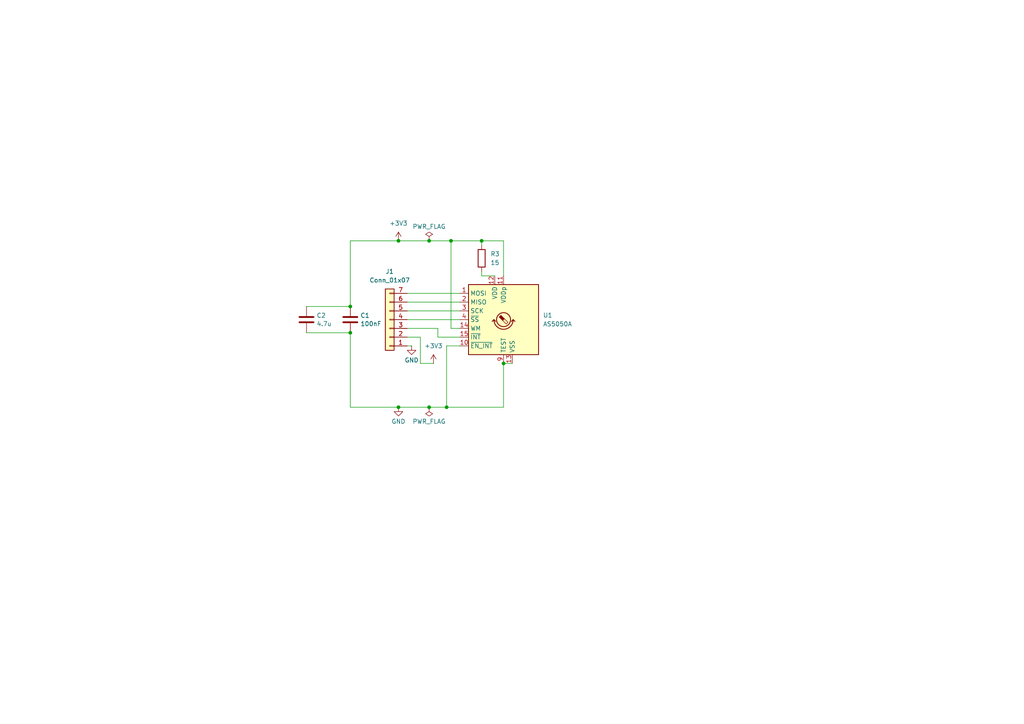
<source format=kicad_sch>
(kicad_sch (version 20231120) (generator "eeschema") (generator_version "8.0")
  (paper "A4")
  (lib_symbols
    (symbol "Connector_Generic:Conn_01x07" (pin_names (offset 1.016) hide)
      (property "Reference" "J" (at 0 10.16 0))
      (property "Value" "Conn_01x07" (at 0 -10.16 0))
      (symbol "Conn_01x07_1_1"
        (rectangle (start -1.27 -7.493) (end 0 -7.747) (stroke (width 0.1524)))
        (rectangle (start -1.27 -4.953) (end 0 -5.207) (stroke (width 0.1524)))
        (rectangle (start -1.27 -2.413) (end 0 -2.667) (stroke (width 0.1524)))
        (rectangle (start -1.27 0.127) (end 0 -0.127) (stroke (width 0.1524)))
        (rectangle (start -1.27 2.667) (end 0 2.413) (stroke (width 0.1524)))
        (rectangle (start -1.27 5.207) (end 0 4.953) (stroke (width 0.1524)))
        (rectangle (start -1.27 7.747) (end 0 7.493) (stroke (width 0.1524)))
        (rectangle (start -1.27 8.89) (end 1.27 -8.89) (stroke (width 0.254)) (fill (type background)))
        (pin passive line (at -5.08 7.62 0) (length 3.81) (name "Pin_1") (number "1"))
        (pin passive line (at -5.08 5.08 0) (length 3.81) (name "Pin_2") (number "2"))
        (pin passive line (at -5.08 2.54 0) (length 3.81) (name "Pin_3") (number "3"))
        (pin passive line (at -5.08 0 0) (length 3.81) (name "Pin_4") (number "4"))
        (pin passive line (at -5.08 -2.54 0) (length 3.81) (name "Pin_5") (number "5"))
        (pin passive line (at -5.08 -5.08 0) (length 3.81) (name "Pin_6") (number "6"))
        (pin passive line (at -5.08 -7.62 0) (length 3.81) (name "Pin_7") (number "7"))
      )
    )
    (symbol "Device:C" (pin_numbers hide) (pin_names (offset 0.254))
      (property "Reference" "C" (at 0.635 2.54 0))
      (property "Value" "C" (at 0.635 -2.54 0))
      (symbol "C_0_1"
        (polyline (pts (xy -2.032 -0.762) (xy 2.032 -0.762)) (stroke (width 0.508)))
        (polyline (pts (xy -2.032 0.762) (xy 2.032 0.762)) (stroke (width 0.508)))
      )
      (symbol "C_1_1"
        (pin passive line (at 0 3.81 270) (length 2.794) (name "~") (number "1"))
        (pin passive line (at 0 -3.81 90) (length 2.794) (name "~") (number "2"))
      )
    )
    (symbol "Device:R" (pin_numbers hide) (pin_names (offset 0))
      (property "Reference" "R" (at 2.032 0 90))
      (property "Value" "R" (at 0 0 90))
      (symbol "R_0_1"
        (rectangle (start -1.016 -2.54) (end 1.016 2.54) (stroke (width 0.254)))
      )
      (symbol "R_1_1"
        (pin passive line (at 0 3.81 270) (length 1.27) (name "~") (number "1"))
        (pin passive line (at 0 -3.81 90) (length 1.27) (name "~") (number "2"))
      )
    )
    (symbol "Sensor_Magnetic:AS5050A"
      (property "Reference" "U" (at -10.16 11.43 0))
      (property "Value" "AS5050A" (at 10.16 11.43 0))
      (symbol "AS5050A_0_1"
        (rectangle (start -10.16 10.16) (end 10.16 -10.16) (stroke (width 0.254)) (fill (type background)))
        (arc (start -2.794 0) (mid 0 -2.7819) (end 2.794 0) (stroke (width 0.254)))
        (polyline (pts (xy -2.794 0) (xy -3.302 -0.508)) (stroke (width 0.254)))
        (polyline (pts (xy -2.794 0) (xy -2.286 -0.508)) (stroke (width 0.254)))
        (polyline (pts (xy 2.794 0) (xy 2.286 -0.508)) (stroke (width 0.254)))
        (polyline (pts (xy 2.794 0) (xy 3.302 -0.508)) (stroke (width 0.254)))
      )
      (symbol "AS5050A_1_1"
        (polyline (pts (xy 0.254 0.254) (xy 1.27 -0.762) (xy 0.762 -1.27) (xy -0.254 -0.254)))
        (polyline (pts (xy -0.762 1.27) (xy 0.254 0.254) (xy -0.254 -0.254) (xy -1.27 0.762) (xy -1.016 1.016) (xy -0.762 1.27) (xy -0.635 1.143)) (fill (type outline)))
        (circle (center 0 0) (radius 2.032) (stroke (width 0.254)))
        (pin input line (at -12.7 7.62 0) (length 2.54) (name "MOSI") (number "1"))
        (pin input line (at -12.7 -7.62 0) (length 2.54) (name "~{EN_INT}") (number "10"))
        (pin power_in line (at 0 12.7 270) (length 2.54) (name "VDDp") (number "11"))
        (pin power_in line (at -2.54 12.7 270) (length 2.54) (name "VDD") (number "12"))
        (pin power_in line (at 2.54 -12.7 90) (length 2.54) (name "VSS") (number "13"))
        (pin input line (at -12.7 -2.54 0) (length 2.54) (name "WM") (number "14"))
        (pin output line (at -12.7 -5.08 0) (length 2.54) (name "~{INT}") (number "15"))
        (pin no_connect line (at 5.08 -10.16 90) (length 2.54) hide (name "NC") (number "16"))
        (pin no_connect line (at 7.62 -10.16 90) (length 2.54) hide (name "NC") (number "17"))
        (pin output line (at -12.7 5.08 0) (length 2.54) (name "MISO") (number "2"))
        (pin input line (at -12.7 2.54 0) (length 2.54) (name "SCK") (number "3"))
        (pin input line (at -12.7 0 0) (length 2.54) (name "~{SS}") (number "4"))
        (pin no_connect line (at 10.16 7.62 180) (length 2.54) hide (name "NC") (number "5"))
        (pin no_connect line (at 10.16 5.08 180) (length 2.54) hide (name "NC") (number "6"))
        (pin no_connect line (at 10.16 2.54 180) (length 2.54) hide (name "NC") (number "7"))
        (pin no_connect line (at 10.16 0 180) (length 2.54) hide (name "NC") (number "8"))
        (pin passive line (at 0 -12.7 90) (length 2.54) (name "TEST") (number "9"))
      )
    )
    (symbol "power:+3V3" (power) (pin_numbers hide) (pin_names (offset 0) hide)
      (property "Value" "+3V3" (at 0 3.556 0))
      (symbol "+3V3_0_1"
        (polyline (pts (xy -0.762 1.27) (xy 0 2.54)))
        (polyline (pts (xy 0 0) (xy 0 2.54)))
        (polyline (pts (xy 0 2.54) (xy 0.762 1.27)))
      )
      (symbol "+3V3_1_1"
        (pin power_in line (at 0 0 90) (length 0) (name "~") (number "1"))
      )
    )
    (symbol "power:GND" (power) (pin_numbers hide) (pin_names (offset 0) hide)
      (property "Value" "GND" (at 0 -3.81 0))
      (symbol "GND_0_1"
        (polyline (pts (xy 0 0) (xy 0 -1.27) (xy 1.27 -1.27) (xy 0 -2.54) (xy -1.27 -1.27) (xy 0 -1.27)))
      )
      (symbol "GND_1_1"
        (pin power_in line (at 0 0 270) (length 0) (name "~") (number "1"))
      )
    )
    (symbol "power:PWR_FLAG" (power) (pin_numbers hide) (pin_names (offset 0) hide)
      (property "Value" "PWR_FLAG" (at 0 3.81 0))
      (symbol "PWR_FLAG_0_0"
        (pin power_out line (at 0 0 90) (length 0) (name "~") (number "1"))
      )
      (symbol "PWR_FLAG_0_1"
        (polyline (pts (xy 0 0) (xy 0 1.27) (xy -1.016 1.905) (xy 0 2.54) (xy 1.016 1.905) (xy 0 1.27)))
      )
    )
  )
  (junction (at 115.57 118.11))
  (junction (at 124.46 118.11))
  (junction (at 115.57 69.85))
  (junction (at 101.6 96.52))
  (junction (at 124.46 69.85))
  (junction (at 101.6 88.9))
  (junction (at 130.81 69.85))
  (junction (at 146.05 105.41))
  (junction (at 139.7 69.85))
  (junction (at 129.54 118.11))
  (wire (pts (xy 88.9 96.52) (xy 101.6 96.52)))
  (wire (pts (xy 133.35 100.33) (xy 129.54 100.33)))
  (wire (pts (xy 118.11 100.33) (xy 119.38 100.33)))
  (wire (pts (xy 143.51 80.01) (xy 139.7 80.01)))
  (wire (pts (xy 121.92 105.41) (xy 125.73 105.41)))
  (wire (pts (xy 101.6 118.11) (xy 115.57 118.11)))
  (wire (pts (xy 124.46 69.85) (xy 130.81 69.85)))
  (wire (pts (xy 129.54 100.33) (xy 129.54 118.11)))
  (wire (pts (xy 146.05 69.85) (xy 146.05 80.01)))
  (wire (pts (xy 146.05 105.41) (xy 146.05 118.11)))
  (wire (pts (xy 118.11 90.17) (xy 133.35 90.17)))
  (wire (pts (xy 101.6 96.52) (xy 101.6 118.11)))
  (wire (pts (xy 127 95.25) (xy 118.11 95.25)))
  (wire (pts (xy 115.57 118.11) (xy 124.46 118.11)))
  (wire (pts (xy 130.81 69.85) (xy 139.7 69.85)))
  (wire (pts (xy 118.11 97.79) (xy 121.92 97.79)))
  (wire (pts (xy 118.11 87.63) (xy 133.35 87.63)))
  (wire (pts (xy 115.57 69.85) (xy 124.46 69.85)))
  (wire (pts (xy 118.11 85.09) (xy 133.35 85.09)))
  (wire (pts (xy 127 97.79) (xy 127 95.25)))
  (wire (pts (xy 88.9 88.9) (xy 101.6 88.9)))
  (wire (pts (xy 133.35 95.25) (xy 130.81 95.25)))
  (wire (pts (xy 139.7 69.85) (xy 139.7 71.12)))
  (wire (pts (xy 124.46 118.11) (xy 129.54 118.11)))
  (wire (pts (xy 146.05 105.41) (xy 148.59 105.41)))
  (wire (pts (xy 139.7 80.01) (xy 139.7 78.74)))
  (wire (pts (xy 129.54 118.11) (xy 146.05 118.11)))
  (wire (pts (xy 121.92 97.79) (xy 121.92 105.41)))
  (wire (pts (xy 133.35 97.79) (xy 127 97.79)))
  (wire (pts (xy 130.81 95.25) (xy 130.81 69.85)))
  (wire (pts (xy 101.6 69.85) (xy 101.6 88.9)))
  (wire (pts (xy 101.6 69.85) (xy 115.57 69.85)))
  (wire (pts (xy 139.7 69.85) (xy 146.05 69.85)))
  (wire (pts (xy 118.11 92.71) (xy 133.35 92.71)))
  (symbol (lib_id "power:+3V3") (at 125.73 105.41 0) (unit 1)
    (property "Reference" "#PWR03" (effects (hide yes)))
    (property "Value" "+3V3" (at 125.73 100.33 0))
    (property "Description" "Power symbol creates a global label with name \"+3V3\"" (effects (hide yes)))
  )
  (symbol (lib_id "Device:R") (at 139.7 74.93 0) (unit 1)
    (property "Reference" "R3" (at 142.24 73.6599 0) (effects (justify left)))
    (property "Value" "15" (at 142.24 76.1999 0) (effects (justify left)))
    (property "Footprint" "Resistor_SMD:R_0402_1005Metric" (effects (hide yes)))
    (property "Description" "Resistor" (effects (hide yes)))
    (property "Comment" "5K" (effects (hide yes)))
    (property "LCSC Part Number" "C25905" (effects (hide yes)))
  )
  (symbol (lib_id "Connector_Generic:Conn_01x07") (at 113.03 92.71 180) (unit 1)
    (property "Reference" "J1" (at 113.03 78.74 0))
    (property "Value" "Conn_01x07" (at 113.03 81.28 0))
    (property "Description" "Generic connector, single row, 01x07, script generated (kicad-library-utils/schlib/autogen/connector/)" (effects (hide yes)))
  )
  (symbol (lib_id "Device:C") (at 101.6 92.71 0) (unit 1)
    (property "Reference" "C1" (at 104.521 91.4978 0) (effects (justify left)))
    (property "Value" "100nF" (at 104.521 93.9221 0) (effects (justify left)))
    (property "Footprint" "Capacitor_SMD:C_0402_1005Metric" (effects (hide yes)))
    (property "Description" "Unpolarized capacitor" (effects (hide yes)))
    (property "Comment" "100nF" (effects (hide yes)))
    (property "LCSC Part Number" "C1525" (effects (hide yes)))
  )
  (symbol (lib_id "power:GND") (at 115.57 118.11 0) (unit 1)
    (property "Reference" "#PWR02" (effects (hide yes)))
    (property "Value" "GND" (at 115.57 122.2431 0))
    (property "Description" "Power symbol creates a global label with name \"GND\" , ground" (effects (hide yes)))
  )
  (symbol (lib_id "power:PWR_FLAG") (at 124.46 118.11 180) (unit 1)
    (property "Reference" "#FLG02" (effects (hide yes)))
    (property "Value" "PWR_FLAG" (at 124.46 122.2431 0))
    (property "Description" "Special symbol for telling ERC where power comes from" (effects (hide yes)))
  )
  (symbol (lib_id "power:PWR_FLAG") (at 124.46 69.85 0) (unit 1)
    (property "Reference" "#FLG01" (effects (hide yes)))
    (property "Value" "PWR_FLAG" (at 124.46 65.7169 0))
    (property "Description" "Special symbol for telling ERC where power comes from" (effects (hide yes)))
  )
  (symbol (lib_id "power:+3V3") (at 115.57 69.85 0) (unit 1)
    (property "Reference" "#PWR01" (effects (hide yes)))
    (property "Value" "+3V3" (at 115.57 64.77 0))
    (property "Description" "Power symbol creates a global label with name \"+3V3\"" (effects (hide yes)))
  )
  (symbol (lib_id "Device:C") (at 88.9 92.71 0) (unit 1)
    (property "Reference" "C2" (at 91.821 91.4978 0) (effects (justify left)))
    (property "Value" "4.7u" (at 91.821 93.9221 0) (effects (justify left)))
    (property "Footprint" "Capacitor_SMD:C_0402_1005Metric" (effects (hide yes)))
    (property "Description" "Unpolarized capacitor" (effects (hide yes)))
    (property "Comment" "100nF" (effects (hide yes)))
    (property "LCSC Part Number" "C1525" (effects (hide yes)))
  )
  (symbol (lib_id "Sensor_Magnetic:AS5050A") (at 146.05 92.71 0) (unit 1)
    (property "Reference" "U1" (at 157.48 91.4399 0) (effects (justify left)))
    (property "Value" "AS5050A" (at 157.48 93.9799 0) (effects (justify left)))
    (property "Footprint" "Package_DFN_QFN:QFN-16-1EP_4x4mm_P0.65mm_EP2.7x2.7mm_PullBack" (effects (hide yes)))
    (property "Datasheet" "https://ams.com/documents/20143/36005/AS5055A_DS000304_2-00.pdf" (effects (hide yes)))
    (property "Description" "Magnetic position sensor, 10-bit, SPI interface, QFN-16" (effects (hide yes)))
  )
  (symbol (lib_id "power:GND") (at 119.38 100.33 0) (unit 1)
    (property "Reference" "#PWR04" (effects (hide yes)))
    (property "Value" "GND" (at 119.38 104.4631 0))
    (property "Description" "Power symbol creates a global label with name \"GND\" , ground" (effects (hide yes)))
  )
)
</source>
